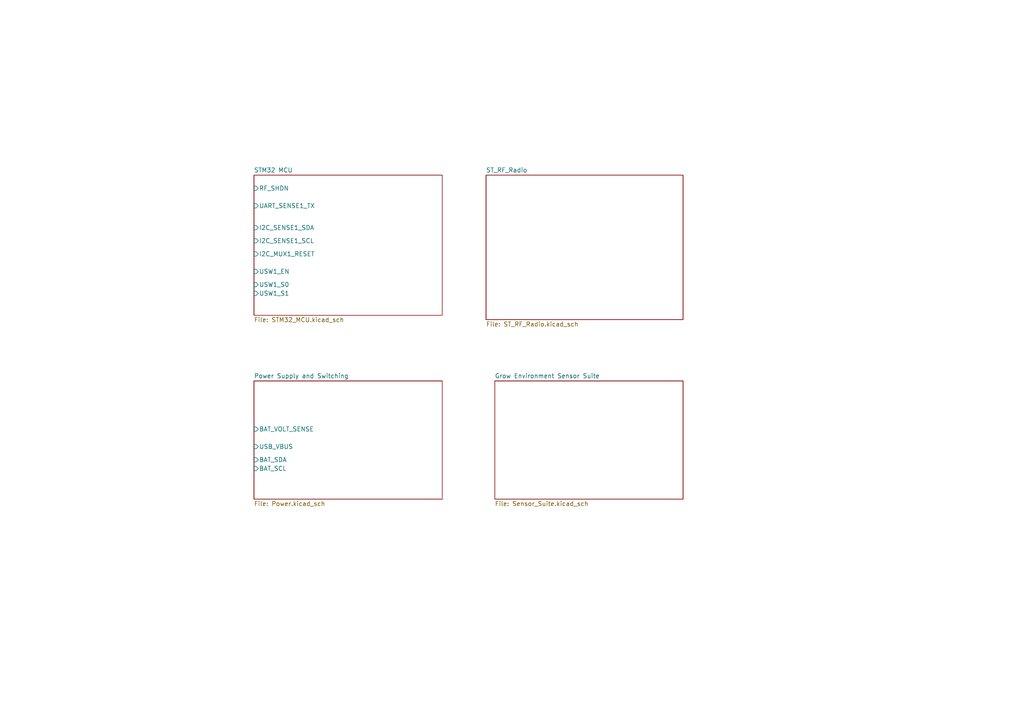
<source format=kicad_sch>
(kicad_sch
	(version 20231120)
	(generator "eeschema")
	(generator_version "8.0")
	(uuid "4453beda-6f21-42ba-ba38-a5be37ed984c")
	(paper "A4")
	(lib_symbols)
	(sheet
		(at 73.66 50.8)
		(size 54.61 40.64)
		(fields_autoplaced yes)
		(stroke
			(width 0)
			(type solid)
		)
		(fill
			(color 0 0 0 0.0000)
		)
		(uuid "00000000-0000-0000-0000-00006028afd2")
		(property "Sheetname" "STM32 MCU"
			(at 73.66 50.0884 0)
			(effects
				(font
					(size 1.27 1.27)
				)
				(justify left bottom)
			)
		)
		(property "Sheetfile" "STM32_MCU.kicad_sch"
			(at 73.66 92.0246 0)
			(effects
				(font
					(size 1.27 1.27)
				)
				(justify left top)
			)
		)
		(pin "UART_SENSE1_TX" input
			(at 73.66 59.69 180)
			(effects
				(font
					(size 1.27 1.27)
				)
				(justify left)
			)
			(uuid "cf87638a-24fa-452b-bd60-129009712e17")
		)
		(pin "I2C_SENSE1_SDA" input
			(at 73.66 66.04 180)
			(effects
				(font
					(size 1.27 1.27)
				)
				(justify left)
			)
			(uuid "c332802a-cc39-444c-9fbd-3e934022864d")
		)
		(pin "I2C_SENSE1_SCL" input
			(at 73.66 69.85 180)
			(effects
				(font
					(size 1.27 1.27)
				)
				(justify left)
			)
			(uuid "4e97058b-5a7b-48df-b5d7-dcad34676e4b")
		)
		(pin "I2C_MUX1_RESET" input
			(at 73.66 73.66 180)
			(effects
				(font
					(size 1.27 1.27)
				)
				(justify left)
			)
			(uuid "1f6bfca8-7ddf-418e-b916-0db9ce204f72")
		)
		(pin "USW1_EN" input
			(at 73.66 78.74 180)
			(effects
				(font
					(size 1.27 1.27)
				)
				(justify left)
			)
			(uuid "9f5f90e7-710c-4f55-a157-19c12c3909b3")
		)
		(pin "USW1_S0" input
			(at 73.66 82.55 180)
			(effects
				(font
					(size 1.27 1.27)
				)
				(justify left)
			)
			(uuid "44850ead-d78f-479e-8bef-7d567319410b")
		)
		(pin "USW1_S1" input
			(at 73.66 85.09 180)
			(effects
				(font
					(size 1.27 1.27)
				)
				(justify left)
			)
			(uuid "02e8a0f6-f517-4103-be83-2097259d3f0a")
		)
		(pin "RF_SHDN" input
			(at 73.66 54.61 180)
			(effects
				(font
					(size 1.27 1.27)
				)
				(justify left)
			)
			(uuid "7a027695-e385-4b84-b46b-d6a1bc805ea5")
		)
		(instances
			(project "SunLeaf-Sense-S1G"
				(path "/4453beda-6f21-42ba-ba38-a5be37ed984c"
					(page "2")
				)
			)
		)
	)
	(sheet
		(at 73.66 110.49)
		(size 54.61 34.29)
		(fields_autoplaced yes)
		(stroke
			(width 0)
			(type solid)
		)
		(fill
			(color 0 0 0 0.0000)
		)
		(uuid "00000000-0000-0000-0000-00006028b309")
		(property "Sheetname" "Power Supply and Switching"
			(at 73.66 109.7784 0)
			(effects
				(font
					(size 1.27 1.27)
				)
				(justify left bottom)
			)
		)
		(property "Sheetfile" "Power.kicad_sch"
			(at 73.66 145.3646 0)
			(effects
				(font
					(size 1.27 1.27)
				)
				(justify left top)
			)
		)
		(pin "BAT_VOLT_SENSE" input
			(at 73.66 124.46 180)
			(effects
				(font
					(size 1.27 1.27)
				)
				(justify left)
			)
			(uuid "8d1e2ac8-6293-4c0d-92f8-29f998e50064")
		)
		(pin "USB_VBUS" input
			(at 73.66 129.54 180)
			(effects
				(font
					(size 1.27 1.27)
				)
				(justify left)
			)
			(uuid "f60554b1-810d-4e36-bdf7-5eb09aa13f98")
		)
		(pin "BAT_SDA" input
			(at 73.66 133.35 180)
			(effects
				(font
					(size 1.27 1.27)
				)
				(justify left)
			)
			(uuid "b745319a-827b-4c12-82a2-d63b9513dce9")
		)
		(pin "BAT_SCL" input
			(at 73.66 135.89 180)
			(effects
				(font
					(size 1.27 1.27)
				)
				(justify left)
			)
			(uuid "9acf87d3-3a34-4603-bb11-4269892c17e8")
		)
		(instances
			(project "SunLeaf-Sense-S1G"
				(path "/4453beda-6f21-42ba-ba38-a5be37ed984c"
					(page "3")
				)
			)
		)
	)
	(sheet
		(at 143.51 110.49)
		(size 54.61 34.29)
		(fields_autoplaced yes)
		(stroke
			(width 0)
			(type solid)
		)
		(fill
			(color 0 0 0 0.0000)
		)
		(uuid "00000000-0000-0000-0000-00006028b457")
		(property "Sheetname" "Grow Environment Sensor Suite"
			(at 143.51 109.7784 0)
			(effects
				(font
					(size 1.27 1.27)
				)
				(justify left bottom)
			)
		)
		(property "Sheetfile" "Sensor_Suite.kicad_sch"
			(at 143.51 145.3646 0)
			(effects
				(font
					(size 1.27 1.27)
				)
				(justify left top)
			)
		)
		(instances
			(project "SunLeaf-Sense-S1G"
				(path "/4453beda-6f21-42ba-ba38-a5be37ed984c"
					(page "5")
				)
			)
		)
	)
	(sheet
		(at 140.97 50.8)
		(size 57.15 41.91)
		(fields_autoplaced yes)
		(stroke
			(width 0)
			(type solid)
		)
		(fill
			(color 0 0 0 0.0000)
		)
		(uuid "00000000-0000-0000-0000-000060392ea2")
		(property "Sheetname" "ST_RF_Radio"
			(at 140.97 50.0884 0)
			(effects
				(font
					(size 1.27 1.27)
				)
				(justify left bottom)
			)
		)
		(property "Sheetfile" "ST_RF_Radio.kicad_sch"
			(at 140.97 93.2946 0)
			(effects
				(font
					(size 1.27 1.27)
				)
				(justify left top)
			)
		)
		(instances
			(project "SunLeaf-Sense-S1G"
				(path "/4453beda-6f21-42ba-ba38-a5be37ed984c"
					(page "4")
				)
			)
		)
	)
	(sheet_instances
		(path "/"
			(page "1")
		)
	)
)
</source>
